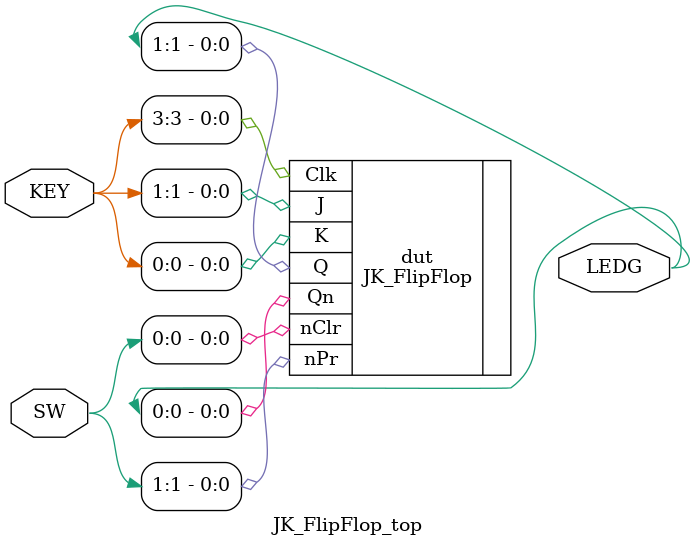
<source format=v>
module JK_FlipFlop_top (
	input [3:0]  KEY,     //3 input push buttons (J, K & CLK)
	input [1:0]  SW,		 //2 input switches (Pr & Clr)
	output [1:0] LEDG    //2 outputs 
	);
	
// Instantiation of the JK_FlipFlop
	JK_FlipFlop dut ( 
		.nPr(SW[1]),
        .nClr(SW[0]),
        .Clk(KEY[3]), 
		.J(KEY[1]),
		.K(KEY[0]),
		.Q(LEDG[1]),
		.Qn(LEDG[0])
		);
	
endmodule 


		



</source>
